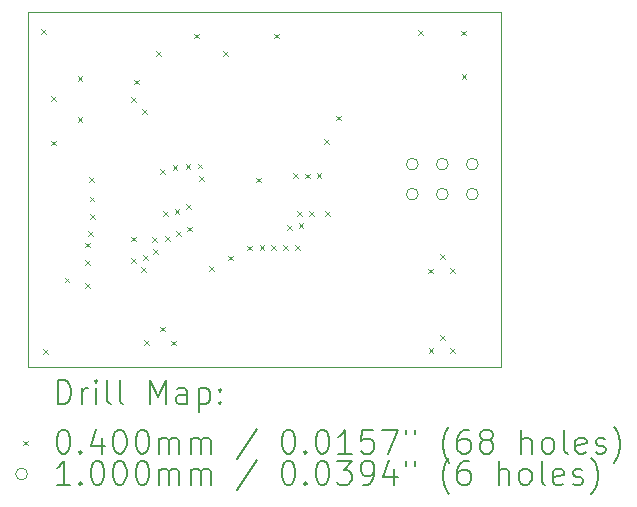
<source format=gbr>
%TF.GenerationSoftware,KiCad,Pcbnew,(6.0.11)*%
%TF.CreationDate,2023-02-05T22:54:22+01:00*%
%TF.ProjectId,ES108FC1_Connector,45533130-3846-4433-915f-436f6e6e6563,rev?*%
%TF.SameCoordinates,Original*%
%TF.FileFunction,Drillmap*%
%TF.FilePolarity,Positive*%
%FSLAX45Y45*%
G04 Gerber Fmt 4.5, Leading zero omitted, Abs format (unit mm)*
G04 Created by KiCad (PCBNEW (6.0.11)) date 2023-02-05 22:54:22*
%MOMM*%
%LPD*%
G01*
G04 APERTURE LIST*
%ADD10C,0.100000*%
%ADD11C,0.200000*%
%ADD12C,0.040000*%
G04 APERTURE END LIST*
D10*
X1405000Y-900000D02*
X5405000Y-900000D01*
X5405000Y-900000D02*
X5405000Y-3900000D01*
X5405000Y-3900000D02*
X1405000Y-3900000D01*
X1405000Y-3900000D02*
X1405000Y-900000D01*
D11*
D12*
X1515000Y-1040000D02*
X1555000Y-1080000D01*
X1555000Y-1040000D02*
X1515000Y-1080000D01*
X1530000Y-3750000D02*
X1570000Y-3790000D01*
X1570000Y-3750000D02*
X1530000Y-3790000D01*
X1600000Y-1610000D02*
X1640000Y-1650000D01*
X1640000Y-1610000D02*
X1600000Y-1650000D01*
X1600000Y-1985000D02*
X1640000Y-2025000D01*
X1640000Y-1985000D02*
X1600000Y-2025000D01*
X1715000Y-3145000D02*
X1755000Y-3185000D01*
X1755000Y-3145000D02*
X1715000Y-3185000D01*
X1825000Y-1440000D02*
X1865000Y-1480000D01*
X1865000Y-1440000D02*
X1825000Y-1480000D01*
X1825000Y-1785000D02*
X1865000Y-1825000D01*
X1865000Y-1785000D02*
X1825000Y-1825000D01*
X1885000Y-3195000D02*
X1925000Y-3235000D01*
X1925000Y-3195000D02*
X1885000Y-3235000D01*
X1890000Y-2850000D02*
X1930000Y-2890000D01*
X1930000Y-2850000D02*
X1890000Y-2890000D01*
X1890000Y-3000000D02*
X1930000Y-3040000D01*
X1930000Y-3000000D02*
X1890000Y-3040000D01*
X1910000Y-2750000D02*
X1950000Y-2790000D01*
X1950000Y-2750000D02*
X1910000Y-2790000D01*
X1924164Y-2294950D02*
X1964164Y-2334950D01*
X1964164Y-2294950D02*
X1924164Y-2334950D01*
X1925000Y-2460000D02*
X1965000Y-2500000D01*
X1965000Y-2460000D02*
X1925000Y-2500000D01*
X1930000Y-2610000D02*
X1970000Y-2650000D01*
X1970000Y-2610000D02*
X1930000Y-2650000D01*
X2275000Y-1615000D02*
X2315000Y-1655000D01*
X2315000Y-1615000D02*
X2275000Y-1655000D01*
X2275000Y-2800000D02*
X2315000Y-2840000D01*
X2315000Y-2800000D02*
X2275000Y-2840000D01*
X2275000Y-2980000D02*
X2315000Y-3020000D01*
X2315000Y-2980000D02*
X2275000Y-3020000D01*
X2305000Y-1470000D02*
X2345000Y-1510000D01*
X2345000Y-1470000D02*
X2305000Y-1510000D01*
X2360000Y-3055000D02*
X2400000Y-3095000D01*
X2400000Y-3055000D02*
X2360000Y-3095000D01*
X2367106Y-1722106D02*
X2407106Y-1762106D01*
X2407106Y-1722106D02*
X2367106Y-1762106D01*
X2376432Y-2956410D02*
X2416432Y-2996410D01*
X2416432Y-2956410D02*
X2376432Y-2996410D01*
X2385000Y-3675000D02*
X2425000Y-3715000D01*
X2425000Y-3675000D02*
X2385000Y-3715000D01*
X2457537Y-2802463D02*
X2497537Y-2842463D01*
X2497537Y-2802463D02*
X2457537Y-2842463D01*
X2463532Y-2907383D02*
X2503532Y-2947383D01*
X2503532Y-2907383D02*
X2463532Y-2947383D01*
X2490000Y-1230000D02*
X2530000Y-1270000D01*
X2530000Y-1230000D02*
X2490000Y-1270000D01*
X2520000Y-3560000D02*
X2560000Y-3600000D01*
X2560000Y-3560000D02*
X2520000Y-3600000D01*
X2520884Y-2225884D02*
X2560884Y-2265884D01*
X2560884Y-2225884D02*
X2520884Y-2265884D01*
X2545564Y-2581639D02*
X2585564Y-2621639D01*
X2585564Y-2581639D02*
X2545564Y-2621639D01*
X2561875Y-2795050D02*
X2601875Y-2835050D01*
X2601875Y-2795050D02*
X2561875Y-2835050D01*
X2615000Y-3680000D02*
X2655000Y-3720000D01*
X2655000Y-3680000D02*
X2615000Y-3720000D01*
X2627900Y-2196024D02*
X2667900Y-2236024D01*
X2667900Y-2196024D02*
X2627900Y-2236024D01*
X2645510Y-2565050D02*
X2685510Y-2605050D01*
X2685510Y-2565050D02*
X2645510Y-2605050D01*
X2654844Y-2755050D02*
X2694844Y-2795050D01*
X2694844Y-2755050D02*
X2654844Y-2795050D01*
X2738924Y-2183924D02*
X2778924Y-2223924D01*
X2778924Y-2183924D02*
X2738924Y-2223924D01*
X2742408Y-2525050D02*
X2782408Y-2565050D01*
X2782408Y-2525050D02*
X2742408Y-2565050D01*
X2748137Y-2715050D02*
X2788137Y-2755050D01*
X2788137Y-2715050D02*
X2748137Y-2755050D01*
X2810000Y-1080000D02*
X2850000Y-1120000D01*
X2850000Y-1080000D02*
X2810000Y-1120000D01*
X2840000Y-2180000D02*
X2880000Y-2220000D01*
X2880000Y-2180000D02*
X2840000Y-2220000D01*
X2850538Y-2289462D02*
X2890538Y-2329462D01*
X2890538Y-2289462D02*
X2850538Y-2329462D01*
X2940000Y-3050000D02*
X2980000Y-3090000D01*
X2980000Y-3050000D02*
X2940000Y-3090000D01*
X3055000Y-1230000D02*
X3095000Y-1270000D01*
X3095000Y-1230000D02*
X3055000Y-1270000D01*
X3100000Y-2959950D02*
X3140000Y-2999950D01*
X3140000Y-2959950D02*
X3100000Y-2999950D01*
X3260000Y-2874950D02*
X3300000Y-2914950D01*
X3300000Y-2874950D02*
X3260000Y-2914950D01*
X3335000Y-2300000D02*
X3375000Y-2340000D01*
X3375000Y-2300000D02*
X3335000Y-2340000D01*
X3364437Y-2869437D02*
X3404437Y-2909437D01*
X3404437Y-2869437D02*
X3364437Y-2909437D01*
X3464385Y-2870135D02*
X3504385Y-2910135D01*
X3504385Y-2870135D02*
X3464385Y-2910135D01*
X3490000Y-1080000D02*
X3530000Y-1120000D01*
X3530000Y-1080000D02*
X3490000Y-1120000D01*
X3564335Y-2869956D02*
X3604335Y-2909956D01*
X3604335Y-2869956D02*
X3564335Y-2909956D01*
X3596600Y-2703400D02*
X3636600Y-2743400D01*
X3636600Y-2703400D02*
X3596600Y-2743400D01*
X3646851Y-2263698D02*
X3686851Y-2303698D01*
X3686851Y-2263698D02*
X3646851Y-2303698D01*
X3664285Y-2870010D02*
X3704285Y-2910010D01*
X3704285Y-2870010D02*
X3664285Y-2910010D01*
X3679462Y-2580538D02*
X3719462Y-2620538D01*
X3719462Y-2580538D02*
X3679462Y-2620538D01*
X3695055Y-2686179D02*
X3735055Y-2726179D01*
X3735055Y-2686179D02*
X3695055Y-2726179D01*
X3748014Y-2265937D02*
X3788014Y-2305937D01*
X3788014Y-2265937D02*
X3748014Y-2305937D01*
X3785000Y-2580000D02*
X3825000Y-2620000D01*
X3825000Y-2580000D02*
X3785000Y-2620000D01*
X3847944Y-2263949D02*
X3887944Y-2303949D01*
X3887944Y-2263949D02*
X3847944Y-2303949D01*
X3909234Y-1974234D02*
X3949234Y-2014234D01*
X3949234Y-1974234D02*
X3909234Y-2014234D01*
X3919234Y-2584234D02*
X3959234Y-2624234D01*
X3959234Y-2584234D02*
X3919234Y-2624234D01*
X4010000Y-1775000D02*
X4050000Y-1815000D01*
X4050000Y-1775000D02*
X4010000Y-1815000D01*
X4705000Y-1050000D02*
X4745000Y-1090000D01*
X4745000Y-1050000D02*
X4705000Y-1090000D01*
X4790000Y-3070000D02*
X4830000Y-3110000D01*
X4830000Y-3070000D02*
X4790000Y-3110000D01*
X4795000Y-3740000D02*
X4835000Y-3780000D01*
X4835000Y-3740000D02*
X4795000Y-3780000D01*
X4895000Y-2950000D02*
X4935000Y-2990000D01*
X4935000Y-2950000D02*
X4895000Y-2990000D01*
X4895000Y-3630000D02*
X4935000Y-3670000D01*
X4935000Y-3630000D02*
X4895000Y-3670000D01*
X4975000Y-3740000D02*
X5015000Y-3780000D01*
X5015000Y-3740000D02*
X4975000Y-3780000D01*
X4980000Y-3065000D02*
X5020000Y-3105000D01*
X5020000Y-3065000D02*
X4980000Y-3105000D01*
X5070000Y-1055000D02*
X5110000Y-1095000D01*
X5110000Y-1055000D02*
X5070000Y-1095000D01*
X5075000Y-1425000D02*
X5115000Y-1465000D01*
X5115000Y-1425000D02*
X5075000Y-1465000D01*
D10*
X4707000Y-2185000D02*
G75*
G03*
X4707000Y-2185000I-50000J0D01*
G01*
X4707000Y-2439000D02*
G75*
G03*
X4707000Y-2439000I-50000J0D01*
G01*
X4961000Y-2185000D02*
G75*
G03*
X4961000Y-2185000I-50000J0D01*
G01*
X4961000Y-2439000D02*
G75*
G03*
X4961000Y-2439000I-50000J0D01*
G01*
X5215000Y-2185000D02*
G75*
G03*
X5215000Y-2185000I-50000J0D01*
G01*
X5215000Y-2439000D02*
G75*
G03*
X5215000Y-2439000I-50000J0D01*
G01*
D11*
X1657619Y-4215476D02*
X1657619Y-4015476D01*
X1705238Y-4015476D01*
X1733809Y-4025000D01*
X1752857Y-4044048D01*
X1762381Y-4063095D01*
X1771905Y-4101190D01*
X1771905Y-4129762D01*
X1762381Y-4167857D01*
X1752857Y-4186905D01*
X1733809Y-4205952D01*
X1705238Y-4215476D01*
X1657619Y-4215476D01*
X1857619Y-4215476D02*
X1857619Y-4082143D01*
X1857619Y-4120238D02*
X1867143Y-4101190D01*
X1876667Y-4091667D01*
X1895714Y-4082143D01*
X1914762Y-4082143D01*
X1981428Y-4215476D02*
X1981428Y-4082143D01*
X1981428Y-4015476D02*
X1971905Y-4025000D01*
X1981428Y-4034524D01*
X1990952Y-4025000D01*
X1981428Y-4015476D01*
X1981428Y-4034524D01*
X2105238Y-4215476D02*
X2086190Y-4205952D01*
X2076667Y-4186905D01*
X2076667Y-4015476D01*
X2210000Y-4215476D02*
X2190952Y-4205952D01*
X2181429Y-4186905D01*
X2181429Y-4015476D01*
X2438571Y-4215476D02*
X2438571Y-4015476D01*
X2505238Y-4158333D01*
X2571905Y-4015476D01*
X2571905Y-4215476D01*
X2752857Y-4215476D02*
X2752857Y-4110714D01*
X2743333Y-4091667D01*
X2724286Y-4082143D01*
X2686190Y-4082143D01*
X2667143Y-4091667D01*
X2752857Y-4205952D02*
X2733810Y-4215476D01*
X2686190Y-4215476D01*
X2667143Y-4205952D01*
X2657619Y-4186905D01*
X2657619Y-4167857D01*
X2667143Y-4148809D01*
X2686190Y-4139286D01*
X2733810Y-4139286D01*
X2752857Y-4129762D01*
X2848095Y-4082143D02*
X2848095Y-4282143D01*
X2848095Y-4091667D02*
X2867143Y-4082143D01*
X2905238Y-4082143D01*
X2924286Y-4091667D01*
X2933809Y-4101190D01*
X2943333Y-4120238D01*
X2943333Y-4177381D01*
X2933809Y-4196429D01*
X2924286Y-4205952D01*
X2905238Y-4215476D01*
X2867143Y-4215476D01*
X2848095Y-4205952D01*
X3029048Y-4196429D02*
X3038571Y-4205952D01*
X3029048Y-4215476D01*
X3019524Y-4205952D01*
X3029048Y-4196429D01*
X3029048Y-4215476D01*
X3029048Y-4091667D02*
X3038571Y-4101190D01*
X3029048Y-4110714D01*
X3019524Y-4101190D01*
X3029048Y-4091667D01*
X3029048Y-4110714D01*
D12*
X1360000Y-4525000D02*
X1400000Y-4565000D01*
X1400000Y-4525000D02*
X1360000Y-4565000D01*
D11*
X1695714Y-4435476D02*
X1714762Y-4435476D01*
X1733809Y-4445000D01*
X1743333Y-4454524D01*
X1752857Y-4473571D01*
X1762381Y-4511667D01*
X1762381Y-4559286D01*
X1752857Y-4597381D01*
X1743333Y-4616429D01*
X1733809Y-4625952D01*
X1714762Y-4635476D01*
X1695714Y-4635476D01*
X1676667Y-4625952D01*
X1667143Y-4616429D01*
X1657619Y-4597381D01*
X1648095Y-4559286D01*
X1648095Y-4511667D01*
X1657619Y-4473571D01*
X1667143Y-4454524D01*
X1676667Y-4445000D01*
X1695714Y-4435476D01*
X1848095Y-4616429D02*
X1857619Y-4625952D01*
X1848095Y-4635476D01*
X1838571Y-4625952D01*
X1848095Y-4616429D01*
X1848095Y-4635476D01*
X2029048Y-4502143D02*
X2029048Y-4635476D01*
X1981428Y-4425952D02*
X1933809Y-4568810D01*
X2057619Y-4568810D01*
X2171905Y-4435476D02*
X2190952Y-4435476D01*
X2210000Y-4445000D01*
X2219524Y-4454524D01*
X2229048Y-4473571D01*
X2238571Y-4511667D01*
X2238571Y-4559286D01*
X2229048Y-4597381D01*
X2219524Y-4616429D01*
X2210000Y-4625952D01*
X2190952Y-4635476D01*
X2171905Y-4635476D01*
X2152857Y-4625952D01*
X2143333Y-4616429D01*
X2133810Y-4597381D01*
X2124286Y-4559286D01*
X2124286Y-4511667D01*
X2133810Y-4473571D01*
X2143333Y-4454524D01*
X2152857Y-4445000D01*
X2171905Y-4435476D01*
X2362381Y-4435476D02*
X2381429Y-4435476D01*
X2400476Y-4445000D01*
X2410000Y-4454524D01*
X2419524Y-4473571D01*
X2429048Y-4511667D01*
X2429048Y-4559286D01*
X2419524Y-4597381D01*
X2410000Y-4616429D01*
X2400476Y-4625952D01*
X2381429Y-4635476D01*
X2362381Y-4635476D01*
X2343333Y-4625952D01*
X2333810Y-4616429D01*
X2324286Y-4597381D01*
X2314762Y-4559286D01*
X2314762Y-4511667D01*
X2324286Y-4473571D01*
X2333810Y-4454524D01*
X2343333Y-4445000D01*
X2362381Y-4435476D01*
X2514762Y-4635476D02*
X2514762Y-4502143D01*
X2514762Y-4521190D02*
X2524286Y-4511667D01*
X2543333Y-4502143D01*
X2571905Y-4502143D01*
X2590952Y-4511667D01*
X2600476Y-4530714D01*
X2600476Y-4635476D01*
X2600476Y-4530714D02*
X2610000Y-4511667D01*
X2629048Y-4502143D01*
X2657619Y-4502143D01*
X2676667Y-4511667D01*
X2686190Y-4530714D01*
X2686190Y-4635476D01*
X2781429Y-4635476D02*
X2781429Y-4502143D01*
X2781429Y-4521190D02*
X2790952Y-4511667D01*
X2810000Y-4502143D01*
X2838571Y-4502143D01*
X2857619Y-4511667D01*
X2867143Y-4530714D01*
X2867143Y-4635476D01*
X2867143Y-4530714D02*
X2876667Y-4511667D01*
X2895714Y-4502143D01*
X2924286Y-4502143D01*
X2943333Y-4511667D01*
X2952857Y-4530714D01*
X2952857Y-4635476D01*
X3343333Y-4425952D02*
X3171905Y-4683095D01*
X3600476Y-4435476D02*
X3619524Y-4435476D01*
X3638571Y-4445000D01*
X3648095Y-4454524D01*
X3657619Y-4473571D01*
X3667143Y-4511667D01*
X3667143Y-4559286D01*
X3657619Y-4597381D01*
X3648095Y-4616429D01*
X3638571Y-4625952D01*
X3619524Y-4635476D01*
X3600476Y-4635476D01*
X3581428Y-4625952D01*
X3571905Y-4616429D01*
X3562381Y-4597381D01*
X3552857Y-4559286D01*
X3552857Y-4511667D01*
X3562381Y-4473571D01*
X3571905Y-4454524D01*
X3581428Y-4445000D01*
X3600476Y-4435476D01*
X3752857Y-4616429D02*
X3762381Y-4625952D01*
X3752857Y-4635476D01*
X3743333Y-4625952D01*
X3752857Y-4616429D01*
X3752857Y-4635476D01*
X3886190Y-4435476D02*
X3905238Y-4435476D01*
X3924286Y-4445000D01*
X3933809Y-4454524D01*
X3943333Y-4473571D01*
X3952857Y-4511667D01*
X3952857Y-4559286D01*
X3943333Y-4597381D01*
X3933809Y-4616429D01*
X3924286Y-4625952D01*
X3905238Y-4635476D01*
X3886190Y-4635476D01*
X3867143Y-4625952D01*
X3857619Y-4616429D01*
X3848095Y-4597381D01*
X3838571Y-4559286D01*
X3838571Y-4511667D01*
X3848095Y-4473571D01*
X3857619Y-4454524D01*
X3867143Y-4445000D01*
X3886190Y-4435476D01*
X4143333Y-4635476D02*
X4029048Y-4635476D01*
X4086190Y-4635476D02*
X4086190Y-4435476D01*
X4067143Y-4464048D01*
X4048095Y-4483095D01*
X4029048Y-4492619D01*
X4324286Y-4435476D02*
X4229048Y-4435476D01*
X4219524Y-4530714D01*
X4229048Y-4521190D01*
X4248095Y-4511667D01*
X4295714Y-4511667D01*
X4314762Y-4521190D01*
X4324286Y-4530714D01*
X4333810Y-4549762D01*
X4333810Y-4597381D01*
X4324286Y-4616429D01*
X4314762Y-4625952D01*
X4295714Y-4635476D01*
X4248095Y-4635476D01*
X4229048Y-4625952D01*
X4219524Y-4616429D01*
X4400476Y-4435476D02*
X4533810Y-4435476D01*
X4448095Y-4635476D01*
X4600476Y-4435476D02*
X4600476Y-4473571D01*
X4676667Y-4435476D02*
X4676667Y-4473571D01*
X4971905Y-4711667D02*
X4962381Y-4702143D01*
X4943333Y-4673571D01*
X4933810Y-4654524D01*
X4924286Y-4625952D01*
X4914762Y-4578333D01*
X4914762Y-4540238D01*
X4924286Y-4492619D01*
X4933810Y-4464048D01*
X4943333Y-4445000D01*
X4962381Y-4416429D01*
X4971905Y-4406905D01*
X5133810Y-4435476D02*
X5095714Y-4435476D01*
X5076667Y-4445000D01*
X5067143Y-4454524D01*
X5048095Y-4483095D01*
X5038571Y-4521190D01*
X5038571Y-4597381D01*
X5048095Y-4616429D01*
X5057619Y-4625952D01*
X5076667Y-4635476D01*
X5114762Y-4635476D01*
X5133810Y-4625952D01*
X5143333Y-4616429D01*
X5152857Y-4597381D01*
X5152857Y-4549762D01*
X5143333Y-4530714D01*
X5133810Y-4521190D01*
X5114762Y-4511667D01*
X5076667Y-4511667D01*
X5057619Y-4521190D01*
X5048095Y-4530714D01*
X5038571Y-4549762D01*
X5267143Y-4521190D02*
X5248095Y-4511667D01*
X5238571Y-4502143D01*
X5229048Y-4483095D01*
X5229048Y-4473571D01*
X5238571Y-4454524D01*
X5248095Y-4445000D01*
X5267143Y-4435476D01*
X5305238Y-4435476D01*
X5324286Y-4445000D01*
X5333810Y-4454524D01*
X5343333Y-4473571D01*
X5343333Y-4483095D01*
X5333810Y-4502143D01*
X5324286Y-4511667D01*
X5305238Y-4521190D01*
X5267143Y-4521190D01*
X5248095Y-4530714D01*
X5238571Y-4540238D01*
X5229048Y-4559286D01*
X5229048Y-4597381D01*
X5238571Y-4616429D01*
X5248095Y-4625952D01*
X5267143Y-4635476D01*
X5305238Y-4635476D01*
X5324286Y-4625952D01*
X5333810Y-4616429D01*
X5343333Y-4597381D01*
X5343333Y-4559286D01*
X5333810Y-4540238D01*
X5324286Y-4530714D01*
X5305238Y-4521190D01*
X5581429Y-4635476D02*
X5581429Y-4435476D01*
X5667143Y-4635476D02*
X5667143Y-4530714D01*
X5657619Y-4511667D01*
X5638571Y-4502143D01*
X5610000Y-4502143D01*
X5590952Y-4511667D01*
X5581429Y-4521190D01*
X5790952Y-4635476D02*
X5771905Y-4625952D01*
X5762381Y-4616429D01*
X5752857Y-4597381D01*
X5752857Y-4540238D01*
X5762381Y-4521190D01*
X5771905Y-4511667D01*
X5790952Y-4502143D01*
X5819524Y-4502143D01*
X5838571Y-4511667D01*
X5848095Y-4521190D01*
X5857619Y-4540238D01*
X5857619Y-4597381D01*
X5848095Y-4616429D01*
X5838571Y-4625952D01*
X5819524Y-4635476D01*
X5790952Y-4635476D01*
X5971905Y-4635476D02*
X5952857Y-4625952D01*
X5943333Y-4606905D01*
X5943333Y-4435476D01*
X6124286Y-4625952D02*
X6105238Y-4635476D01*
X6067143Y-4635476D01*
X6048095Y-4625952D01*
X6038571Y-4606905D01*
X6038571Y-4530714D01*
X6048095Y-4511667D01*
X6067143Y-4502143D01*
X6105238Y-4502143D01*
X6124286Y-4511667D01*
X6133809Y-4530714D01*
X6133809Y-4549762D01*
X6038571Y-4568810D01*
X6210000Y-4625952D02*
X6229048Y-4635476D01*
X6267143Y-4635476D01*
X6286190Y-4625952D01*
X6295714Y-4606905D01*
X6295714Y-4597381D01*
X6286190Y-4578333D01*
X6267143Y-4568810D01*
X6238571Y-4568810D01*
X6219524Y-4559286D01*
X6210000Y-4540238D01*
X6210000Y-4530714D01*
X6219524Y-4511667D01*
X6238571Y-4502143D01*
X6267143Y-4502143D01*
X6286190Y-4511667D01*
X6362381Y-4711667D02*
X6371905Y-4702143D01*
X6390952Y-4673571D01*
X6400476Y-4654524D01*
X6410000Y-4625952D01*
X6419524Y-4578333D01*
X6419524Y-4540238D01*
X6410000Y-4492619D01*
X6400476Y-4464048D01*
X6390952Y-4445000D01*
X6371905Y-4416429D01*
X6362381Y-4406905D01*
D10*
X1400000Y-4809000D02*
G75*
G03*
X1400000Y-4809000I-50000J0D01*
G01*
D11*
X1762381Y-4899476D02*
X1648095Y-4899476D01*
X1705238Y-4899476D02*
X1705238Y-4699476D01*
X1686190Y-4728048D01*
X1667143Y-4747095D01*
X1648095Y-4756619D01*
X1848095Y-4880429D02*
X1857619Y-4889952D01*
X1848095Y-4899476D01*
X1838571Y-4889952D01*
X1848095Y-4880429D01*
X1848095Y-4899476D01*
X1981428Y-4699476D02*
X2000476Y-4699476D01*
X2019524Y-4709000D01*
X2029048Y-4718524D01*
X2038571Y-4737571D01*
X2048095Y-4775667D01*
X2048095Y-4823286D01*
X2038571Y-4861381D01*
X2029048Y-4880429D01*
X2019524Y-4889952D01*
X2000476Y-4899476D01*
X1981428Y-4899476D01*
X1962381Y-4889952D01*
X1952857Y-4880429D01*
X1943333Y-4861381D01*
X1933809Y-4823286D01*
X1933809Y-4775667D01*
X1943333Y-4737571D01*
X1952857Y-4718524D01*
X1962381Y-4709000D01*
X1981428Y-4699476D01*
X2171905Y-4699476D02*
X2190952Y-4699476D01*
X2210000Y-4709000D01*
X2219524Y-4718524D01*
X2229048Y-4737571D01*
X2238571Y-4775667D01*
X2238571Y-4823286D01*
X2229048Y-4861381D01*
X2219524Y-4880429D01*
X2210000Y-4889952D01*
X2190952Y-4899476D01*
X2171905Y-4899476D01*
X2152857Y-4889952D01*
X2143333Y-4880429D01*
X2133810Y-4861381D01*
X2124286Y-4823286D01*
X2124286Y-4775667D01*
X2133810Y-4737571D01*
X2143333Y-4718524D01*
X2152857Y-4709000D01*
X2171905Y-4699476D01*
X2362381Y-4699476D02*
X2381429Y-4699476D01*
X2400476Y-4709000D01*
X2410000Y-4718524D01*
X2419524Y-4737571D01*
X2429048Y-4775667D01*
X2429048Y-4823286D01*
X2419524Y-4861381D01*
X2410000Y-4880429D01*
X2400476Y-4889952D01*
X2381429Y-4899476D01*
X2362381Y-4899476D01*
X2343333Y-4889952D01*
X2333810Y-4880429D01*
X2324286Y-4861381D01*
X2314762Y-4823286D01*
X2314762Y-4775667D01*
X2324286Y-4737571D01*
X2333810Y-4718524D01*
X2343333Y-4709000D01*
X2362381Y-4699476D01*
X2514762Y-4899476D02*
X2514762Y-4766143D01*
X2514762Y-4785190D02*
X2524286Y-4775667D01*
X2543333Y-4766143D01*
X2571905Y-4766143D01*
X2590952Y-4775667D01*
X2600476Y-4794714D01*
X2600476Y-4899476D01*
X2600476Y-4794714D02*
X2610000Y-4775667D01*
X2629048Y-4766143D01*
X2657619Y-4766143D01*
X2676667Y-4775667D01*
X2686190Y-4794714D01*
X2686190Y-4899476D01*
X2781429Y-4899476D02*
X2781429Y-4766143D01*
X2781429Y-4785190D02*
X2790952Y-4775667D01*
X2810000Y-4766143D01*
X2838571Y-4766143D01*
X2857619Y-4775667D01*
X2867143Y-4794714D01*
X2867143Y-4899476D01*
X2867143Y-4794714D02*
X2876667Y-4775667D01*
X2895714Y-4766143D01*
X2924286Y-4766143D01*
X2943333Y-4775667D01*
X2952857Y-4794714D01*
X2952857Y-4899476D01*
X3343333Y-4689952D02*
X3171905Y-4947095D01*
X3600476Y-4699476D02*
X3619524Y-4699476D01*
X3638571Y-4709000D01*
X3648095Y-4718524D01*
X3657619Y-4737571D01*
X3667143Y-4775667D01*
X3667143Y-4823286D01*
X3657619Y-4861381D01*
X3648095Y-4880429D01*
X3638571Y-4889952D01*
X3619524Y-4899476D01*
X3600476Y-4899476D01*
X3581428Y-4889952D01*
X3571905Y-4880429D01*
X3562381Y-4861381D01*
X3552857Y-4823286D01*
X3552857Y-4775667D01*
X3562381Y-4737571D01*
X3571905Y-4718524D01*
X3581428Y-4709000D01*
X3600476Y-4699476D01*
X3752857Y-4880429D02*
X3762381Y-4889952D01*
X3752857Y-4899476D01*
X3743333Y-4889952D01*
X3752857Y-4880429D01*
X3752857Y-4899476D01*
X3886190Y-4699476D02*
X3905238Y-4699476D01*
X3924286Y-4709000D01*
X3933809Y-4718524D01*
X3943333Y-4737571D01*
X3952857Y-4775667D01*
X3952857Y-4823286D01*
X3943333Y-4861381D01*
X3933809Y-4880429D01*
X3924286Y-4889952D01*
X3905238Y-4899476D01*
X3886190Y-4899476D01*
X3867143Y-4889952D01*
X3857619Y-4880429D01*
X3848095Y-4861381D01*
X3838571Y-4823286D01*
X3838571Y-4775667D01*
X3848095Y-4737571D01*
X3857619Y-4718524D01*
X3867143Y-4709000D01*
X3886190Y-4699476D01*
X4019524Y-4699476D02*
X4143333Y-4699476D01*
X4076667Y-4775667D01*
X4105238Y-4775667D01*
X4124286Y-4785190D01*
X4133809Y-4794714D01*
X4143333Y-4813762D01*
X4143333Y-4861381D01*
X4133809Y-4880429D01*
X4124286Y-4889952D01*
X4105238Y-4899476D01*
X4048095Y-4899476D01*
X4029048Y-4889952D01*
X4019524Y-4880429D01*
X4238571Y-4899476D02*
X4276667Y-4899476D01*
X4295714Y-4889952D01*
X4305238Y-4880429D01*
X4324286Y-4851857D01*
X4333810Y-4813762D01*
X4333810Y-4737571D01*
X4324286Y-4718524D01*
X4314762Y-4709000D01*
X4295714Y-4699476D01*
X4257619Y-4699476D01*
X4238571Y-4709000D01*
X4229048Y-4718524D01*
X4219524Y-4737571D01*
X4219524Y-4785190D01*
X4229048Y-4804238D01*
X4238571Y-4813762D01*
X4257619Y-4823286D01*
X4295714Y-4823286D01*
X4314762Y-4813762D01*
X4324286Y-4804238D01*
X4333810Y-4785190D01*
X4505238Y-4766143D02*
X4505238Y-4899476D01*
X4457619Y-4689952D02*
X4410000Y-4832810D01*
X4533810Y-4832810D01*
X4600476Y-4699476D02*
X4600476Y-4737571D01*
X4676667Y-4699476D02*
X4676667Y-4737571D01*
X4971905Y-4975667D02*
X4962381Y-4966143D01*
X4943333Y-4937571D01*
X4933810Y-4918524D01*
X4924286Y-4889952D01*
X4914762Y-4842333D01*
X4914762Y-4804238D01*
X4924286Y-4756619D01*
X4933810Y-4728048D01*
X4943333Y-4709000D01*
X4962381Y-4680429D01*
X4971905Y-4670905D01*
X5133810Y-4699476D02*
X5095714Y-4699476D01*
X5076667Y-4709000D01*
X5067143Y-4718524D01*
X5048095Y-4747095D01*
X5038571Y-4785190D01*
X5038571Y-4861381D01*
X5048095Y-4880429D01*
X5057619Y-4889952D01*
X5076667Y-4899476D01*
X5114762Y-4899476D01*
X5133810Y-4889952D01*
X5143333Y-4880429D01*
X5152857Y-4861381D01*
X5152857Y-4813762D01*
X5143333Y-4794714D01*
X5133810Y-4785190D01*
X5114762Y-4775667D01*
X5076667Y-4775667D01*
X5057619Y-4785190D01*
X5048095Y-4794714D01*
X5038571Y-4813762D01*
X5390952Y-4899476D02*
X5390952Y-4699476D01*
X5476667Y-4899476D02*
X5476667Y-4794714D01*
X5467143Y-4775667D01*
X5448095Y-4766143D01*
X5419524Y-4766143D01*
X5400476Y-4775667D01*
X5390952Y-4785190D01*
X5600476Y-4899476D02*
X5581429Y-4889952D01*
X5571905Y-4880429D01*
X5562381Y-4861381D01*
X5562381Y-4804238D01*
X5571905Y-4785190D01*
X5581429Y-4775667D01*
X5600476Y-4766143D01*
X5629048Y-4766143D01*
X5648095Y-4775667D01*
X5657619Y-4785190D01*
X5667143Y-4804238D01*
X5667143Y-4861381D01*
X5657619Y-4880429D01*
X5648095Y-4889952D01*
X5629048Y-4899476D01*
X5600476Y-4899476D01*
X5781428Y-4899476D02*
X5762381Y-4889952D01*
X5752857Y-4870905D01*
X5752857Y-4699476D01*
X5933809Y-4889952D02*
X5914762Y-4899476D01*
X5876667Y-4899476D01*
X5857619Y-4889952D01*
X5848095Y-4870905D01*
X5848095Y-4794714D01*
X5857619Y-4775667D01*
X5876667Y-4766143D01*
X5914762Y-4766143D01*
X5933809Y-4775667D01*
X5943333Y-4794714D01*
X5943333Y-4813762D01*
X5848095Y-4832810D01*
X6019524Y-4889952D02*
X6038571Y-4899476D01*
X6076667Y-4899476D01*
X6095714Y-4889952D01*
X6105238Y-4870905D01*
X6105238Y-4861381D01*
X6095714Y-4842333D01*
X6076667Y-4832810D01*
X6048095Y-4832810D01*
X6029048Y-4823286D01*
X6019524Y-4804238D01*
X6019524Y-4794714D01*
X6029048Y-4775667D01*
X6048095Y-4766143D01*
X6076667Y-4766143D01*
X6095714Y-4775667D01*
X6171905Y-4975667D02*
X6181428Y-4966143D01*
X6200476Y-4937571D01*
X6210000Y-4918524D01*
X6219524Y-4889952D01*
X6229048Y-4842333D01*
X6229048Y-4804238D01*
X6219524Y-4756619D01*
X6210000Y-4728048D01*
X6200476Y-4709000D01*
X6181428Y-4680429D01*
X6171905Y-4670905D01*
M02*

</source>
